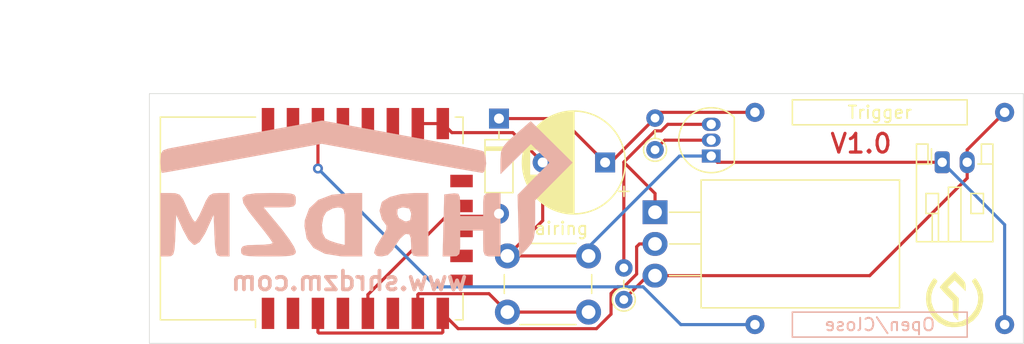
<source format=kicad_pcb>
(kicad_pcb (version 20171130) (host pcbnew "(5.1.9)-1")

  (general
    (thickness 1.6)
    (drawings 8)
    (tracks 67)
    (zones 0)
    (modules 13)
    (nets 25)
  )

  (page A4)
  (layers
    (0 F.Cu signal)
    (31 B.Cu signal)
    (32 B.Adhes user)
    (33 F.Adhes user)
    (34 B.Paste user)
    (35 F.Paste user)
    (36 B.SilkS user)
    (37 F.SilkS user)
    (38 B.Mask user)
    (39 F.Mask user)
    (40 Dwgs.User user)
    (41 Cmts.User user)
    (42 Eco1.User user)
    (43 Eco2.User user)
    (44 Edge.Cuts user)
    (45 Margin user)
    (46 B.CrtYd user)
    (47 F.CrtYd user)
    (48 B.Fab user)
    (49 F.Fab user)
  )

  (setup
    (last_trace_width 0.25)
    (trace_clearance 0.2)
    (zone_clearance 0.508)
    (zone_45_only no)
    (trace_min 0.2)
    (via_size 0.8)
    (via_drill 0.4)
    (via_min_size 0.4)
    (via_min_drill 0.3)
    (uvia_size 0.3)
    (uvia_drill 0.1)
    (uvias_allowed no)
    (uvia_min_size 0.2)
    (uvia_min_drill 0.1)
    (edge_width 0.05)
    (segment_width 0.2)
    (pcb_text_width 0.3)
    (pcb_text_size 1.5 1.5)
    (mod_edge_width 0.12)
    (mod_text_size 1 1)
    (mod_text_width 0.15)
    (pad_size 1.524 1.524)
    (pad_drill 0.762)
    (pad_to_mask_clearance 0)
    (aux_axis_origin 0 0)
    (visible_elements FFFFFF7F)
    (pcbplotparams
      (layerselection 0x010fc_ffffffff)
      (usegerberextensions false)
      (usegerberattributes true)
      (usegerberadvancedattributes true)
      (creategerberjobfile true)
      (excludeedgelayer true)
      (linewidth 0.100000)
      (plotframeref false)
      (viasonmask false)
      (mode 1)
      (useauxorigin false)
      (hpglpennumber 1)
      (hpglpenspeed 20)
      (hpglpendiameter 15.000000)
      (psnegative false)
      (psa4output false)
      (plotreference true)
      (plotvalue true)
      (plotinvisibletext false)
      (padsonsilk false)
      (subtractmaskfromsilk false)
      (outputformat 1)
      (mirror false)
      (drillshape 1)
      (scaleselection 1)
      (outputdirectory ""))
  )

  (net 0 "")
  (net 1 "Net-(C1-Pad1)")
  (net 2 GND)
  (net 3 "Net-(D1-Pad2)")
  (net 4 +3V3)
  (net 5 "Net-(Q2-Pad2)")
  (net 6 "Net-(SW2-Pad1)")
  (net 7 "Net-(SW3-Pad1)")
  (net 8 "Net-(U1-Pad1)")
  (net 9 "Net-(U1-Pad2)")
  (net 10 "Net-(U1-Pad4)")
  (net 11 "Net-(U1-Pad6)")
  (net 12 "Net-(U1-Pad9)")
  (net 13 "Net-(U1-Pad10)")
  (net 14 "Net-(U1-Pad11)")
  (net 15 "Net-(U1-Pad12)")
  (net 16 "Net-(U1-Pad13)")
  (net 17 "Net-(U1-Pad14)")
  (net 18 "Net-(U1-Pad17)")
  (net 19 "Net-(U1-Pad18)")
  (net 20 "Net-(U1-Pad19)")
  (net 21 "Net-(U1-Pad21)")
  (net 22 "Net-(U1-Pad22)")
  (net 23 "Net-(Q1-Pad2)")
  (net 24 "Net-(Q1-Pad3)")

  (net_class Default "This is the default net class."
    (clearance 0.2)
    (trace_width 0.25)
    (via_dia 0.8)
    (via_drill 0.4)
    (uvia_dia 0.3)
    (uvia_drill 0.1)
    (add_net +3V3)
    (add_net GND)
    (add_net "Net-(C1-Pad1)")
    (add_net "Net-(D1-Pad2)")
    (add_net "Net-(Q1-Pad2)")
    (add_net "Net-(Q1-Pad3)")
    (add_net "Net-(Q2-Pad2)")
    (add_net "Net-(SW2-Pad1)")
    (add_net "Net-(SW3-Pad1)")
    (add_net "Net-(U1-Pad1)")
    (add_net "Net-(U1-Pad10)")
    (add_net "Net-(U1-Pad11)")
    (add_net "Net-(U1-Pad12)")
    (add_net "Net-(U1-Pad13)")
    (add_net "Net-(U1-Pad14)")
    (add_net "Net-(U1-Pad17)")
    (add_net "Net-(U1-Pad18)")
    (add_net "Net-(U1-Pad19)")
    (add_net "Net-(U1-Pad2)")
    (add_net "Net-(U1-Pad21)")
    (add_net "Net-(U1-Pad22)")
    (add_net "Net-(U1-Pad4)")
    (add_net "Net-(U1-Pad6)")
    (add_net "Net-(U1-Pad9)")
  )

  (module "SHRDZM:SHRDZM 33x11" (layer B.Cu) (tedit 0) (tstamp 6058FE3F)
    (at 54 50.5 180)
    (fp_text reference G*** (at 0 0) (layer B.SilkS) hide
      (effects (font (size 1.524 1.524) (thickness 0.3)) (justify mirror))
    )
    (fp_text value LOGO (at 0.75 0) (layer B.SilkS) hide
      (effects (font (size 1.524 1.524) (thickness 0.3)) (justify mirror))
    )
    (fp_poly (pts (xy -11.834091 4.24028) (xy -11.189823 3.659697) (xy -10.826172 3.229197) (xy -10.663573 2.809819)
      (xy -10.622463 2.262601) (xy -10.621818 2.123008) (xy -10.621818 1.054867) (xy -11.839933 2.257851)
      (xy -13.058048 3.460834) (xy -13.801539 2.717343) (xy -14.545029 1.973852) (xy -13.267906 0.683262)
      (xy -11.990782 -0.607328) (xy -12.056755 -3.090599) (xy -12.122727 -5.573871) (xy -12.757727 -4.910209)
      (xy -13.100825 -4.500821) (xy -13.292543 -4.07639) (xy -13.37559 -3.484816) (xy -13.392727 -2.648614)
      (xy -13.392727 -1.05068) (xy -14.893628 0.461811) (xy -16.39453 1.974302) (xy -13.046364 5.289412)
      (xy -11.834091 4.24028)) (layer B.SilkS) (width 0.01))
    (fp_poly (pts (xy -9.484909 -0.498292) (xy -9.287451 -0.695944) (xy -9.237457 -1.187122) (xy -9.236364 -1.385454)
      (xy -9.236364 -2.309091) (xy -7.389091 -2.309091) (xy -7.389091 -1.370117) (xy -7.364956 -0.775193)
      (xy -7.233747 -0.521424) (xy -6.907262 -0.488531) (xy -6.754091 -0.504208) (xy -6.119091 -0.577272)
      (xy -6.053552 -3.059545) (xy -5.988012 -5.541818) (xy -6.688552 -5.541818) (xy -7.119278 -5.512352)
      (xy -7.32328 -5.340367) (xy -7.385084 -4.900487) (xy -7.389091 -4.502727) (xy -7.389091 -3.463636)
      (xy -9.236364 -3.463636) (xy -9.236364 -4.502727) (xy -9.256445 -5.14168) (xy -9.37239 -5.444309)
      (xy -9.667753 -5.535944) (xy -9.929091 -5.541818) (xy -10.621818 -5.541818) (xy -10.621818 -0.461818)
      (xy -9.929091 -0.461818) (xy -9.484909 -0.498292)) (layer B.SilkS) (width 0.01))
    (fp_poly (pts (xy -2.642837 -0.546235) (xy -1.764684 -0.776401) (xy -1.193038 -1.117685) (xy -1.105054 -1.226718)
      (xy -0.93439 -1.882505) (xy -1.127254 -2.569532) (xy -1.290102 -2.793121) (xy -1.491165 -3.07761)
      (xy -1.479224 -3.371679) (xy -1.227204 -3.825884) (xy -1.059193 -4.077178) (xy -0.615248 -4.812785)
      (xy -0.49648 -5.268546) (xy -0.704158 -5.493792) (xy -1.096818 -5.541194) (xy -1.58461 -5.436356)
      (xy -1.972164 -5.051108) (xy -2.193636 -4.67801) (xy -2.572771 -4.120334) (xy -2.957725 -3.777117)
      (xy -3.059545 -3.738066) (xy -3.321578 -3.769813) (xy -3.439795 -4.068632) (xy -3.463636 -4.60125)
      (xy -3.489728 -5.200492) (xy -3.632454 -5.469616) (xy -3.988494 -5.539887) (xy -4.156364 -5.541818)
      (xy -4.849091 -5.541818) (xy -4.849091 -2.209696) (xy -3.463636 -2.209696) (xy -3.388255 -2.642177)
      (xy -3.083953 -2.743785) (xy -2.944091 -2.729241) (xy -2.477274 -2.466292) (xy -2.350758 -2.135909)
      (xy -2.38173 -1.747837) (xy -2.711239 -1.621022) (xy -2.870304 -1.616363) (xy -3.316807 -1.70486)
      (xy -3.459257 -2.062941) (xy -3.463636 -2.209696) (xy -4.849091 -2.209696) (xy -4.849091 -0.461818)
      (xy -3.709578 -0.461818) (xy -2.642837 -0.546235)) (layer B.SilkS) (width 0.01))
    (fp_poly (pts (xy 1.443182 -0.463106) (xy 2.892018 -0.603587) (xy 3.980493 -1.017315) (xy 4.701492 -1.699123)
      (xy 5.0479 -2.64384) (xy 5.08 -3.104872) (xy 4.899507 -4.116709) (xy 4.354574 -4.8559)
      (xy 3.440015 -5.326202) (xy 2.150647 -5.53137) (xy 1.716786 -5.541818) (xy 0.461818 -5.541818)
      (xy 0.461818 -3.121672) (xy 1.847273 -3.121672) (xy 1.847273 -4.62698) (xy 2.482273 -4.475287)
      (xy 3.058327 -4.283473) (xy 3.405909 -4.09625) (xy 3.632366 -3.669201) (xy 3.681523 -3.027147)
      (xy 3.560684 -2.378403) (xy 3.331688 -1.97922) (xy 2.816415 -1.68904) (xy 2.408052 -1.616363)
      (xy 2.106819 -1.64469) (xy 1.938836 -1.799044) (xy 1.865337 -2.183485) (xy 1.847557 -2.902073)
      (xy 1.847273 -3.121672) (xy 0.461818 -3.121672) (xy 0.461818 -0.461818) (xy 1.443182 -0.463106)) (layer B.SilkS) (width 0.01))
    (fp_poly (pts (xy 9.012665 -0.486845) (xy 9.733746 -0.59657) (xy 10.04551 -0.842964) (xy 9.972067 -1.277993)
      (xy 9.537529 -1.953626) (xy 8.915182 -2.740129) (xy 8.337411 -3.461922) (xy 7.892447 -4.04747)
      (xy 7.647299 -4.407237) (xy 7.62 -4.470704) (xy 7.828873 -4.551485) (xy 8.367658 -4.605052)
      (xy 8.89 -4.618181) (xy 9.623931 -4.638226) (xy 10.006267 -4.724894) (xy 10.146455 -4.917981)
      (xy 10.16 -5.08) (xy 10.126875 -5.294643) (xy 9.970391 -5.43011) (xy 9.604881 -5.504437)
      (xy 8.944679 -5.535658) (xy 7.966364 -5.541818) (xy 6.940998 -5.533022) (xy 6.293239 -5.49612)
      (xy 5.93904 -5.415343) (xy 5.794356 -5.274919) (xy 5.772727 -5.130205) (xy 5.913733 -4.773596)
      (xy 6.289794 -4.178026) (xy 6.830471 -3.450873) (xy 7.060215 -3.167477) (xy 8.347703 -1.616363)
      (xy 7.060215 -1.616363) (xy 6.326626 -1.60185) (xy 5.942405 -1.524744) (xy 5.795266 -1.334701)
      (xy 5.772727 -1.039091) (xy 5.789188 -0.766199) (xy 5.897714 -0.596586) (xy 6.18702 -0.505696)
      (xy 6.745821 -0.468969) (xy 7.662833 -0.46185) (xy 7.858156 -0.461818) (xy 9.012665 -0.486845)) (layer B.SilkS) (width 0.01))
    (fp_poly (pts (xy 12.395429 -0.496136) (xy 12.712548 -0.670983) (xy 12.97747 -1.094195) (xy 13.205401 -1.616363)
      (xy 13.499891 -2.25622) (xy 13.747657 -2.675473) (xy 13.854545 -2.770909) (xy 14.029365 -2.576068)
      (xy 14.299208 -2.074721) (xy 14.50369 -1.616363) (xy 14.806606 -0.946186) (xy 15.073805 -0.602406)
      (xy 15.426784 -0.477186) (xy 15.804476 -0.461818) (xy 16.625455 -0.461818) (xy 16.625455 -5.541818)
      (xy 16.058298 -5.541818) (xy 15.764735 -5.515048) (xy 15.589308 -5.368948) (xy 15.494585 -5.004829)
      (xy 15.443132 -4.324002) (xy 15.423298 -3.867727) (xy 15.355455 -2.193636) (xy 14.807474 -3.405909)
      (xy 14.367728 -4.212638) (xy 13.976133 -4.590872) (xy 13.854545 -4.618181) (xy 13.483463 -4.393411)
      (xy 13.058569 -3.732945) (xy 12.901617 -3.405909) (xy 12.353636 -2.193636) (xy 12.285793 -3.867727)
      (xy 12.241738 -4.731043) (xy 12.171965 -5.231377) (xy 12.039041 -5.467418) (xy 11.805533 -5.537853)
      (xy 11.650793 -5.541818) (xy 11.083636 -5.541818) (xy 11.083636 -0.461818) (xy 11.904615 -0.461818)
      (xy 12.395429 -0.496136)) (layer B.SilkS) (width 0.01))
    (fp_poly (pts (xy 9.507674 4.282939) (xy 11.126873 3.989434) (xy 12.624181 3.716941) (xy 13.930633 3.478097)
      (xy 14.977259 3.28554) (xy 15.695094 3.151906) (xy 15.990455 3.095066) (xy 16.406115 2.953097)
      (xy 16.586503 2.656263) (xy 16.625455 2.059835) (xy 16.592207 1.488044) (xy 16.509347 1.174789)
      (xy 16.47846 1.154546) (xy 16.221645 1.194824) (xy 15.57016 1.308525) (xy 14.583428 1.484945)
      (xy 13.320871 1.713382) (xy 11.84191 1.983134) (xy 10.205968 2.283497) (xy 10.013005 2.319048)
      (xy 3.694545 3.483549) (xy -2.623915 2.319048) (xy -4.281064 2.015312) (xy -5.79457 1.741111)
      (xy -7.10359 1.507211) (xy -8.14728 1.324378) (xy -8.864797 1.203378) (xy -9.1953 1.154978)
      (xy -9.204824 1.154546) (xy -9.380197 1.357546) (xy -9.465563 1.857732) (xy -9.467273 1.9491)
      (xy -9.410457 2.521007) (xy -9.271728 2.861281) (xy -9.252347 2.876486) (xy -8.977171 2.951304)
      (xy -8.307694 3.096173) (xy -7.304101 3.299185) (xy -6.026578 3.548434) (xy -4.535311 3.83201)
      (xy -2.890485 4.138006) (xy -2.688764 4.175094) (xy 3.659894 5.34087) (xy 9.507674 4.282939)) (layer B.SilkS) (width 0.01))
  )

  (module "SHRDZM:SHRDZM Symbol 5x5" (layer F.Cu) (tedit 0) (tstamp 6058FD46)
    (at 101 59.5)
    (fp_text reference G*** (at 0 0) (layer F.SilkS) hide
      (effects (font (size 1.524 1.524) (thickness 0.3)))
    )
    (fp_text value LOGO (at 0.75 0) (layer F.SilkS) hide
      (effects (font (size 1.524 1.524) (thickness 0.3)))
    )
    (fp_poly (pts (xy -1.506686 -1.625883) (xy -1.503334 -1.622852) (xy -1.398724 -1.505223) (xy -1.412956 -1.400282)
      (xy -1.469728 -1.316374) (xy -1.75387 -0.815712) (xy -1.886962 -0.30033) (xy -1.870112 0.211618)
      (xy -1.704429 0.701978) (xy -1.391021 1.152595) (xy -1.314082 1.233002) (xy -0.864498 1.5863)
      (xy -0.389162 1.785985) (xy 0.097619 1.832058) (xy 0.581538 1.724518) (xy 1.048286 1.463366)
      (xy 1.314081 1.233002) (xy 1.655709 0.792086) (xy 1.849824 0.307945) (xy 1.895319 -0.201268)
      (xy 1.791085 -0.717399) (xy 1.536013 -1.222293) (xy 1.469727 -1.316374) (xy 1.392661 -1.44994)
      (xy 1.429417 -1.550408) (xy 1.503333 -1.622852) (xy 1.595643 -1.694892) (xy 1.669653 -1.693628)
      (xy 1.758787 -1.598696) (xy 1.896469 -1.389728) (xy 1.903109 -1.379261) (xy 2.154504 -0.894106)
      (xy 2.275576 -0.412973) (xy 2.281585 0.121397) (xy 2.159228 0.698) (xy 1.896881 1.216996)
      (xy 1.509151 1.656847) (xy 1.010647 1.996013) (xy 1.009923 1.996385) (xy 0.657971 2.119791)
      (xy 0.226438 2.189529) (xy -0.218985 2.201228) (xy -0.612607 2.150515) (xy -0.738348 2.112708)
      (xy -1.277564 1.834626) (xy -1.717995 1.449179) (xy -2.044617 0.977102) (xy -2.242407 0.439127)
      (xy -2.297949 -0.039688) (xy -2.260217 -0.53047) (xy -2.125067 -0.969971) (xy -1.902146 -1.380781)
      (xy -1.762284 -1.59393) (xy -1.672115 -1.692258) (xy -1.598096 -1.696122) (xy -1.506686 -1.625883)) (layer F.SilkS) (width 0.01))
    (fp_poly (pts (xy 0.436196 -1.825987) (xy 0.66022 -1.596669) (xy 0.791224 -1.429677) (xy 0.853769 -1.280676)
      (xy 0.872417 -1.105331) (xy 0.873125 -1.037298) (xy 0.873125 -0.680111) (xy 0.43736 -1.110462)
      (xy 0.001596 -1.540814) (xy -0.278011 -1.269809) (xy -0.557617 -0.998804) (xy 0.322975 -0.108926)
      (xy 0.300394 0.784464) (xy 0.277812 1.677854) (xy 0.059531 1.44974) (xy -0.057965 1.309741)
      (xy -0.123848 1.16476) (xy -0.15261 0.9629) (xy -0.15875 0.668051) (xy -0.15875 0.114476)
      (xy -0.674688 -0.396875) (xy -0.902046 -0.630826) (xy -1.078259 -0.828545) (xy -1.177694 -0.960471)
      (xy -1.190625 -0.991882) (xy -1.137382 -1.079261) (xy -0.993484 -1.249778) (xy -0.782674 -1.476507)
      (xy -0.595679 -1.666512) (xy -0.000732 -2.257487) (xy 0.436196 -1.825987)) (layer F.SilkS) (width 0.01))
  )

  (module Package_TO_SOT_THT:TO-92_Inline (layer F.Cu) (tedit 5A1DD157) (tstamp 6058CE04)
    (at 81.5 48 90)
    (descr "TO-92 leads in-line, narrow, oval pads, drill 0.75mm (see NXP sot054_po.pdf)")
    (tags "to-92 sc-43 sc-43a sot54 PA33 transistor")
    (path /6057A176)
    (fp_text reference Q1 (at 1.27 -3.56 90) (layer F.SilkS) hide
      (effects (font (size 1 1) (thickness 0.15)))
    )
    (fp_text value 2N2222 (at 1.27 2.79 90) (layer F.Fab)
      (effects (font (size 1 1) (thickness 0.15)))
    )
    (fp_arc (start 1.27 0) (end 1.27 -2.6) (angle 135) (layer F.SilkS) (width 0.12))
    (fp_arc (start 1.27 0) (end 1.27 -2.48) (angle -135) (layer F.Fab) (width 0.1))
    (fp_arc (start 1.27 0) (end 1.27 -2.6) (angle -135) (layer F.SilkS) (width 0.12))
    (fp_arc (start 1.27 0) (end 1.27 -2.48) (angle 135) (layer F.Fab) (width 0.1))
    (fp_text user %R (at 1.27 0 90) (layer F.Fab)
      (effects (font (size 1 1) (thickness 0.15)))
    )
    (fp_line (start -0.53 1.85) (end 3.07 1.85) (layer F.SilkS) (width 0.12))
    (fp_line (start -0.5 1.75) (end 3 1.75) (layer F.Fab) (width 0.1))
    (fp_line (start -1.46 -2.73) (end 4 -2.73) (layer F.CrtYd) (width 0.05))
    (fp_line (start -1.46 -2.73) (end -1.46 2.01) (layer F.CrtYd) (width 0.05))
    (fp_line (start 4 2.01) (end 4 -2.73) (layer F.CrtYd) (width 0.05))
    (fp_line (start 4 2.01) (end -1.46 2.01) (layer F.CrtYd) (width 0.05))
    (pad 1 thru_hole rect (at 0 0 90) (size 1.05 1.5) (drill 0.75) (layers *.Cu *.Mask)
      (net 2 GND))
    (pad 3 thru_hole oval (at 2.54 0 90) (size 1.05 1.5) (drill 0.75) (layers *.Cu *.Mask)
      (net 24 "Net-(Q1-Pad3)"))
    (pad 2 thru_hole oval (at 1.27 0 90) (size 1.05 1.5) (drill 0.75) (layers *.Cu *.Mask)
      (net 23 "Net-(Q1-Pad2)"))
    (model ${KISYS3DMOD}/Package_TO_SOT_THT.3dshapes/TO-92_Inline.wrl
      (at (xyz 0 0 0))
      (scale (xyz 1 1 1))
      (rotate (xyz 0 0 0))
    )
  )

  (module Package_TO_SOT_THT:TO-220-3_Horizontal_TabDown (layer F.Cu) (tedit 5AC8BA0D) (tstamp 6058CE18)
    (at 77 52.5 270)
    (descr "TO-220-3, Horizontal, RM 2.54mm, see https://www.vishay.com/docs/66542/to-220-1.pdf")
    (tags "TO-220-3 Horizontal RM 2.54mm")
    (path /60578BDB)
    (fp_text reference Q2 (at 2.54 -20.58 90) (layer F.SilkS) hide
      (effects (font (size 1 1) (thickness 0.15)))
    )
    (fp_text value NDP6020P (at 2.54 2 90) (layer F.Fab)
      (effects (font (size 1 1) (thickness 0.15)))
    )
    (fp_text user %R (at 2.54 -20.58 90) (layer F.Fab) hide
      (effects (font (size 1 1) (thickness 0.15)))
    )
    (fp_circle (center 2.54 -16.66) (end 4.39 -16.66) (layer F.Fab) (width 0.1))
    (fp_line (start -2.46 -13.06) (end -2.46 -19.46) (layer F.Fab) (width 0.1))
    (fp_line (start -2.46 -19.46) (end 7.54 -19.46) (layer F.Fab) (width 0.1))
    (fp_line (start 7.54 -19.46) (end 7.54 -13.06) (layer F.Fab) (width 0.1))
    (fp_line (start 7.54 -13.06) (end -2.46 -13.06) (layer F.Fab) (width 0.1))
    (fp_line (start -2.46 -3.81) (end -2.46 -13.06) (layer F.Fab) (width 0.1))
    (fp_line (start -2.46 -13.06) (end 7.54 -13.06) (layer F.Fab) (width 0.1))
    (fp_line (start 7.54 -13.06) (end 7.54 -3.81) (layer F.Fab) (width 0.1))
    (fp_line (start 7.54 -3.81) (end -2.46 -3.81) (layer F.Fab) (width 0.1))
    (fp_line (start 0 -3.81) (end 0 0) (layer F.Fab) (width 0.1))
    (fp_line (start 2.54 -3.81) (end 2.54 0) (layer F.Fab) (width 0.1))
    (fp_line (start 5.08 -3.81) (end 5.08 0) (layer F.Fab) (width 0.1))
    (fp_line (start -2.58 -3.69) (end 7.66 -3.69) (layer F.SilkS) (width 0.12))
    (fp_line (start -2.58 -19.58) (end 7.66 -19.58) (layer F.SilkS) (width 0.12))
    (fp_line (start -2.58 -19.58) (end -2.58 -3.69) (layer F.SilkS) (width 0.12))
    (fp_line (start 7.66 -19.58) (end 7.66 -3.69) (layer F.SilkS) (width 0.12))
    (fp_line (start 0 -3.69) (end 0 -1.15) (layer F.SilkS) (width 0.12))
    (fp_line (start 2.54 -3.69) (end 2.54 -1.15) (layer F.SilkS) (width 0.12))
    (fp_line (start 5.08 -3.69) (end 5.08 -1.15) (layer F.SilkS) (width 0.12))
    (fp_line (start -2.71 -19.71) (end -2.71 1.25) (layer F.CrtYd) (width 0.05))
    (fp_line (start -2.71 1.25) (end 7.79 1.25) (layer F.CrtYd) (width 0.05))
    (fp_line (start 7.79 1.25) (end 7.79 -19.71) (layer F.CrtYd) (width 0.05))
    (fp_line (start 7.79 -19.71) (end -2.71 -19.71) (layer F.CrtYd) (width 0.05))
    (pad 3 thru_hole oval (at 5.08 0 270) (size 1.905 2) (drill 1.1) (layers *.Cu *.Mask)
      (net 4 +3V3))
    (pad 2 thru_hole oval (at 2.54 0 270) (size 1.905 2) (drill 1.1) (layers *.Cu *.Mask)
      (net 5 "Net-(Q2-Pad2)"))
    (pad 1 thru_hole rect (at 0 0 270) (size 1.905 2) (drill 1.1) (layers *.Cu *.Mask)
      (net 24 "Net-(Q1-Pad3)"))
    (pad "" np_thru_hole oval (at 2.54 -16.66 270) (size 3.5 3.5) (drill 3.5) (layers *.Cu *.Mask))
    (model ${KISYS3DMOD}/Package_TO_SOT_THT.3dshapes/TO-220-3_Horizontal_TabDown.wrl
      (at (xyz 0 0 0))
      (scale (xyz 1 1 1))
      (rotate (xyz 0 0 0))
    )
  )

  (module Capacitor_THT:CP_Radial_D8.0mm_P5.00mm (layer F.Cu) (tedit 5AE50EF0) (tstamp 6058CD9C)
    (at 73 48.515001 180)
    (descr "CP, Radial series, Radial, pin pitch=5.00mm, , diameter=8mm, Electrolytic Capacitor")
    (tags "CP Radial series Radial pin pitch 5.00mm  diameter 8mm Electrolytic Capacitor")
    (path /6057B838)
    (fp_text reference C1 (at 2.5 -5.25) (layer F.SilkS) hide
      (effects (font (size 1 1) (thickness 0.15)))
    )
    (fp_text value 33uF (at 2.5 5.25) (layer F.Fab)
      (effects (font (size 1 1) (thickness 0.15)))
    )
    (fp_line (start -1.509698 -2.715) (end -1.509698 -1.915) (layer F.SilkS) (width 0.12))
    (fp_line (start -1.909698 -2.315) (end -1.109698 -2.315) (layer F.SilkS) (width 0.12))
    (fp_line (start 6.581 -0.533) (end 6.581 0.533) (layer F.SilkS) (width 0.12))
    (fp_line (start 6.541 -0.768) (end 6.541 0.768) (layer F.SilkS) (width 0.12))
    (fp_line (start 6.501 -0.948) (end 6.501 0.948) (layer F.SilkS) (width 0.12))
    (fp_line (start 6.461 -1.098) (end 6.461 1.098) (layer F.SilkS) (width 0.12))
    (fp_line (start 6.421 -1.229) (end 6.421 1.229) (layer F.SilkS) (width 0.12))
    (fp_line (start 6.381 -1.346) (end 6.381 1.346) (layer F.SilkS) (width 0.12))
    (fp_line (start 6.341 -1.453) (end 6.341 1.453) (layer F.SilkS) (width 0.12))
    (fp_line (start 6.301 -1.552) (end 6.301 1.552) (layer F.SilkS) (width 0.12))
    (fp_line (start 6.261 -1.645) (end 6.261 1.645) (layer F.SilkS) (width 0.12))
    (fp_line (start 6.221 -1.731) (end 6.221 1.731) (layer F.SilkS) (width 0.12))
    (fp_line (start 6.181 -1.813) (end 6.181 1.813) (layer F.SilkS) (width 0.12))
    (fp_line (start 6.141 -1.89) (end 6.141 1.89) (layer F.SilkS) (width 0.12))
    (fp_line (start 6.101 -1.964) (end 6.101 1.964) (layer F.SilkS) (width 0.12))
    (fp_line (start 6.061 -2.034) (end 6.061 2.034) (layer F.SilkS) (width 0.12))
    (fp_line (start 6.021 1.04) (end 6.021 2.102) (layer F.SilkS) (width 0.12))
    (fp_line (start 6.021 -2.102) (end 6.021 -1.04) (layer F.SilkS) (width 0.12))
    (fp_line (start 5.981 1.04) (end 5.981 2.166) (layer F.SilkS) (width 0.12))
    (fp_line (start 5.981 -2.166) (end 5.981 -1.04) (layer F.SilkS) (width 0.12))
    (fp_line (start 5.941 1.04) (end 5.941 2.228) (layer F.SilkS) (width 0.12))
    (fp_line (start 5.941 -2.228) (end 5.941 -1.04) (layer F.SilkS) (width 0.12))
    (fp_line (start 5.901 1.04) (end 5.901 2.287) (layer F.SilkS) (width 0.12))
    (fp_line (start 5.901 -2.287) (end 5.901 -1.04) (layer F.SilkS) (width 0.12))
    (fp_line (start 5.861 1.04) (end 5.861 2.345) (layer F.SilkS) (width 0.12))
    (fp_line (start 5.861 -2.345) (end 5.861 -1.04) (layer F.SilkS) (width 0.12))
    (fp_line (start 5.821 1.04) (end 5.821 2.4) (layer F.SilkS) (width 0.12))
    (fp_line (start 5.821 -2.4) (end 5.821 -1.04) (layer F.SilkS) (width 0.12))
    (fp_line (start 5.781 1.04) (end 5.781 2.454) (layer F.SilkS) (width 0.12))
    (fp_line (start 5.781 -2.454) (end 5.781 -1.04) (layer F.SilkS) (width 0.12))
    (fp_line (start 5.741 1.04) (end 5.741 2.505) (layer F.SilkS) (width 0.12))
    (fp_line (start 5.741 -2.505) (end 5.741 -1.04) (layer F.SilkS) (width 0.12))
    (fp_line (start 5.701 1.04) (end 5.701 2.556) (layer F.SilkS) (width 0.12))
    (fp_line (start 5.701 -2.556) (end 5.701 -1.04) (layer F.SilkS) (width 0.12))
    (fp_line (start 5.661 1.04) (end 5.661 2.604) (layer F.SilkS) (width 0.12))
    (fp_line (start 5.661 -2.604) (end 5.661 -1.04) (layer F.SilkS) (width 0.12))
    (fp_line (start 5.621 1.04) (end 5.621 2.651) (layer F.SilkS) (width 0.12))
    (fp_line (start 5.621 -2.651) (end 5.621 -1.04) (layer F.SilkS) (width 0.12))
    (fp_line (start 5.581 1.04) (end 5.581 2.697) (layer F.SilkS) (width 0.12))
    (fp_line (start 5.581 -2.697) (end 5.581 -1.04) (layer F.SilkS) (width 0.12))
    (fp_line (start 5.541 1.04) (end 5.541 2.741) (layer F.SilkS) (width 0.12))
    (fp_line (start 5.541 -2.741) (end 5.541 -1.04) (layer F.SilkS) (width 0.12))
    (fp_line (start 5.501 1.04) (end 5.501 2.784) (layer F.SilkS) (width 0.12))
    (fp_line (start 5.501 -2.784) (end 5.501 -1.04) (layer F.SilkS) (width 0.12))
    (fp_line (start 5.461 1.04) (end 5.461 2.826) (layer F.SilkS) (width 0.12))
    (fp_line (start 5.461 -2.826) (end 5.461 -1.04) (layer F.SilkS) (width 0.12))
    (fp_line (start 5.421 1.04) (end 5.421 2.867) (layer F.SilkS) (width 0.12))
    (fp_line (start 5.421 -2.867) (end 5.421 -1.04) (layer F.SilkS) (width 0.12))
    (fp_line (start 5.381 1.04) (end 5.381 2.907) (layer F.SilkS) (width 0.12))
    (fp_line (start 5.381 -2.907) (end 5.381 -1.04) (layer F.SilkS) (width 0.12))
    (fp_line (start 5.341 1.04) (end 5.341 2.945) (layer F.SilkS) (width 0.12))
    (fp_line (start 5.341 -2.945) (end 5.341 -1.04) (layer F.SilkS) (width 0.12))
    (fp_line (start 5.301 1.04) (end 5.301 2.983) (layer F.SilkS) (width 0.12))
    (fp_line (start 5.301 -2.983) (end 5.301 -1.04) (layer F.SilkS) (width 0.12))
    (fp_line (start 5.261 1.04) (end 5.261 3.019) (layer F.SilkS) (width 0.12))
    (fp_line (start 5.261 -3.019) (end 5.261 -1.04) (layer F.SilkS) (width 0.12))
    (fp_line (start 5.221 1.04) (end 5.221 3.055) (layer F.SilkS) (width 0.12))
    (fp_line (start 5.221 -3.055) (end 5.221 -1.04) (layer F.SilkS) (width 0.12))
    (fp_line (start 5.181 1.04) (end 5.181 3.09) (layer F.SilkS) (width 0.12))
    (fp_line (start 5.181 -3.09) (end 5.181 -1.04) (layer F.SilkS) (width 0.12))
    (fp_line (start 5.141 1.04) (end 5.141 3.124) (layer F.SilkS) (width 0.12))
    (fp_line (start 5.141 -3.124) (end 5.141 -1.04) (layer F.SilkS) (width 0.12))
    (fp_line (start 5.101 1.04) (end 5.101 3.156) (layer F.SilkS) (width 0.12))
    (fp_line (start 5.101 -3.156) (end 5.101 -1.04) (layer F.SilkS) (width 0.12))
    (fp_line (start 5.061 1.04) (end 5.061 3.189) (layer F.SilkS) (width 0.12))
    (fp_line (start 5.061 -3.189) (end 5.061 -1.04) (layer F.SilkS) (width 0.12))
    (fp_line (start 5.021 1.04) (end 5.021 3.22) (layer F.SilkS) (width 0.12))
    (fp_line (start 5.021 -3.22) (end 5.021 -1.04) (layer F.SilkS) (width 0.12))
    (fp_line (start 4.981 1.04) (end 4.981 3.25) (layer F.SilkS) (width 0.12))
    (fp_line (start 4.981 -3.25) (end 4.981 -1.04) (layer F.SilkS) (width 0.12))
    (fp_line (start 4.941 1.04) (end 4.941 3.28) (layer F.SilkS) (width 0.12))
    (fp_line (start 4.941 -3.28) (end 4.941 -1.04) (layer F.SilkS) (width 0.12))
    (fp_line (start 4.901 1.04) (end 4.901 3.309) (layer F.SilkS) (width 0.12))
    (fp_line (start 4.901 -3.309) (end 4.901 -1.04) (layer F.SilkS) (width 0.12))
    (fp_line (start 4.861 1.04) (end 4.861 3.338) (layer F.SilkS) (width 0.12))
    (fp_line (start 4.861 -3.338) (end 4.861 -1.04) (layer F.SilkS) (width 0.12))
    (fp_line (start 4.821 1.04) (end 4.821 3.365) (layer F.SilkS) (width 0.12))
    (fp_line (start 4.821 -3.365) (end 4.821 -1.04) (layer F.SilkS) (width 0.12))
    (fp_line (start 4.781 1.04) (end 4.781 3.392) (layer F.SilkS) (width 0.12))
    (fp_line (start 4.781 -3.392) (end 4.781 -1.04) (layer F.SilkS) (width 0.12))
    (fp_line (start 4.741 1.04) (end 4.741 3.418) (layer F.SilkS) (width 0.12))
    (fp_line (start 4.741 -3.418) (end 4.741 -1.04) (layer F.SilkS) (width 0.12))
    (fp_line (start 4.701 1.04) (end 4.701 3.444) (layer F.SilkS) (width 0.12))
    (fp_line (start 4.701 -3.444) (end 4.701 -1.04) (layer F.SilkS) (width 0.12))
    (fp_line (start 4.661 1.04) (end 4.661 3.469) (layer F.SilkS) (width 0.12))
    (fp_line (start 4.661 -3.469) (end 4.661 -1.04) (layer F.SilkS) (width 0.12))
    (fp_line (start 4.621 1.04) (end 4.621 3.493) (layer F.SilkS) (width 0.12))
    (fp_line (start 4.621 -3.493) (end 4.621 -1.04) (layer F.SilkS) (width 0.12))
    (fp_line (start 4.581 1.04) (end 4.581 3.517) (layer F.SilkS) (width 0.12))
    (fp_line (start 4.581 -3.517) (end 4.581 -1.04) (layer F.SilkS) (width 0.12))
    (fp_line (start 4.541 1.04) (end 4.541 3.54) (layer F.SilkS) (width 0.12))
    (fp_line (start 4.541 -3.54) (end 4.541 -1.04) (layer F.SilkS) (width 0.12))
    (fp_line (start 4.501 1.04) (end 4.501 3.562) (layer F.SilkS) (width 0.12))
    (fp_line (start 4.501 -3.562) (end 4.501 -1.04) (layer F.SilkS) (width 0.12))
    (fp_line (start 4.461 1.04) (end 4.461 3.584) (layer F.SilkS) (width 0.12))
    (fp_line (start 4.461 -3.584) (end 4.461 -1.04) (layer F.SilkS) (width 0.12))
    (fp_line (start 4.421 1.04) (end 4.421 3.606) (layer F.SilkS) (width 0.12))
    (fp_line (start 4.421 -3.606) (end 4.421 -1.04) (layer F.SilkS) (width 0.12))
    (fp_line (start 4.381 1.04) (end 4.381 3.627) (layer F.SilkS) (width 0.12))
    (fp_line (start 4.381 -3.627) (end 4.381 -1.04) (layer F.SilkS) (width 0.12))
    (fp_line (start 4.341 1.04) (end 4.341 3.647) (layer F.SilkS) (width 0.12))
    (fp_line (start 4.341 -3.647) (end 4.341 -1.04) (layer F.SilkS) (width 0.12))
    (fp_line (start 4.301 1.04) (end 4.301 3.666) (layer F.SilkS) (width 0.12))
    (fp_line (start 4.301 -3.666) (end 4.301 -1.04) (layer F.SilkS) (width 0.12))
    (fp_line (start 4.261 1.04) (end 4.261 3.686) (layer F.SilkS) (width 0.12))
    (fp_line (start 4.261 -3.686) (end 4.261 -1.04) (layer F.SilkS) (width 0.12))
    (fp_line (start 4.221 1.04) (end 4.221 3.704) (layer F.SilkS) (width 0.12))
    (fp_line (start 4.221 -3.704) (end 4.221 -1.04) (layer F.SilkS) (width 0.12))
    (fp_line (start 4.181 1.04) (end 4.181 3.722) (layer F.SilkS) (width 0.12))
    (fp_line (start 4.181 -3.722) (end 4.181 -1.04) (layer F.SilkS) (width 0.12))
    (fp_line (start 4.141 1.04) (end 4.141 3.74) (layer F.SilkS) (width 0.12))
    (fp_line (start 4.141 -3.74) (end 4.141 -1.04) (layer F.SilkS) (width 0.12))
    (fp_line (start 4.101 1.04) (end 4.101 3.757) (layer F.SilkS) (width 0.12))
    (fp_line (start 4.101 -3.757) (end 4.101 -1.04) (layer F.SilkS) (width 0.12))
    (fp_line (start 4.061 1.04) (end 4.061 3.774) (layer F.SilkS) (width 0.12))
    (fp_line (start 4.061 -3.774) (end 4.061 -1.04) (layer F.SilkS) (width 0.12))
    (fp_line (start 4.021 1.04) (end 4.021 3.79) (layer F.SilkS) (width 0.12))
    (fp_line (start 4.021 -3.79) (end 4.021 -1.04) (layer F.SilkS) (width 0.12))
    (fp_line (start 3.981 1.04) (end 3.981 3.805) (layer F.SilkS) (width 0.12))
    (fp_line (start 3.981 -3.805) (end 3.981 -1.04) (layer F.SilkS) (width 0.12))
    (fp_line (start 3.941 -3.821) (end 3.941 3.821) (layer F.SilkS) (width 0.12))
    (fp_line (start 3.901 -3.835) (end 3.901 3.835) (layer F.SilkS) (width 0.12))
    (fp_line (start 3.861 -3.85) (end 3.861 3.85) (layer F.SilkS) (width 0.12))
    (fp_line (start 3.821 -3.863) (end 3.821 3.863) (layer F.SilkS) (width 0.12))
    (fp_line (start 3.781 -3.877) (end 3.781 3.877) (layer F.SilkS) (width 0.12))
    (fp_line (start 3.741 -3.889) (end 3.741 3.889) (layer F.SilkS) (width 0.12))
    (fp_line (start 3.701 -3.902) (end 3.701 3.902) (layer F.SilkS) (width 0.12))
    (fp_line (start 3.661 -3.914) (end 3.661 3.914) (layer F.SilkS) (width 0.12))
    (fp_line (start 3.621 -3.925) (end 3.621 3.925) (layer F.SilkS) (width 0.12))
    (fp_line (start 3.581 -3.936) (end 3.581 3.936) (layer F.SilkS) (width 0.12))
    (fp_line (start 3.541 -3.947) (end 3.541 3.947) (layer F.SilkS) (width 0.12))
    (fp_line (start 3.501 -3.957) (end 3.501 3.957) (layer F.SilkS) (width 0.12))
    (fp_line (start 3.461 -3.967) (end 3.461 3.967) (layer F.SilkS) (width 0.12))
    (fp_line (start 3.421 -3.976) (end 3.421 3.976) (layer F.SilkS) (width 0.12))
    (fp_line (start 3.381 -3.985) (end 3.381 3.985) (layer F.SilkS) (width 0.12))
    (fp_line (start 3.341 -3.994) (end 3.341 3.994) (layer F.SilkS) (width 0.12))
    (fp_line (start 3.301 -4.002) (end 3.301 4.002) (layer F.SilkS) (width 0.12))
    (fp_line (start 3.261 -4.01) (end 3.261 4.01) (layer F.SilkS) (width 0.12))
    (fp_line (start 3.221 -4.017) (end 3.221 4.017) (layer F.SilkS) (width 0.12))
    (fp_line (start 3.18 -4.024) (end 3.18 4.024) (layer F.SilkS) (width 0.12))
    (fp_line (start 3.14 -4.03) (end 3.14 4.03) (layer F.SilkS) (width 0.12))
    (fp_line (start 3.1 -4.037) (end 3.1 4.037) (layer F.SilkS) (width 0.12))
    (fp_line (start 3.06 -4.042) (end 3.06 4.042) (layer F.SilkS) (width 0.12))
    (fp_line (start 3.02 -4.048) (end 3.02 4.048) (layer F.SilkS) (width 0.12))
    (fp_line (start 2.98 -4.052) (end 2.98 4.052) (layer F.SilkS) (width 0.12))
    (fp_line (start 2.94 -4.057) (end 2.94 4.057) (layer F.SilkS) (width 0.12))
    (fp_line (start 2.9 -4.061) (end 2.9 4.061) (layer F.SilkS) (width 0.12))
    (fp_line (start 2.86 -4.065) (end 2.86 4.065) (layer F.SilkS) (width 0.12))
    (fp_line (start 2.82 -4.068) (end 2.82 4.068) (layer F.SilkS) (width 0.12))
    (fp_line (start 2.78 -4.071) (end 2.78 4.071) (layer F.SilkS) (width 0.12))
    (fp_line (start 2.74 -4.074) (end 2.74 4.074) (layer F.SilkS) (width 0.12))
    (fp_line (start 2.7 -4.076) (end 2.7 4.076) (layer F.SilkS) (width 0.12))
    (fp_line (start 2.66 -4.077) (end 2.66 4.077) (layer F.SilkS) (width 0.12))
    (fp_line (start 2.62 -4.079) (end 2.62 4.079) (layer F.SilkS) (width 0.12))
    (fp_line (start 2.58 -4.08) (end 2.58 4.08) (layer F.SilkS) (width 0.12))
    (fp_line (start 2.54 -4.08) (end 2.54 4.08) (layer F.SilkS) (width 0.12))
    (fp_line (start 2.5 -4.08) (end 2.5 4.08) (layer F.SilkS) (width 0.12))
    (fp_line (start -0.526759 -2.1475) (end -0.526759 -1.3475) (layer F.Fab) (width 0.1))
    (fp_line (start -0.926759 -1.7475) (end -0.126759 -1.7475) (layer F.Fab) (width 0.1))
    (fp_circle (center 2.5 0) (end 6.75 0) (layer F.CrtYd) (width 0.05))
    (fp_circle (center 2.5 0) (end 6.62 0) (layer F.SilkS) (width 0.12))
    (fp_circle (center 2.5 0) (end 6.5 0) (layer F.Fab) (width 0.1))
    (fp_text user %R (at 2.5 0) (layer F.Fab)
      (effects (font (size 1 1) (thickness 0.15)))
    )
    (pad 1 thru_hole rect (at 0 0 180) (size 1.6 1.6) (drill 0.8) (layers *.Cu *.Mask)
      (net 1 "Net-(C1-Pad1)"))
    (pad 2 thru_hole circle (at 5 0 180) (size 1.6 1.6) (drill 0.8) (layers *.Cu *.Mask)
      (net 2 GND))
    (model ${KISYS3DMOD}/Capacitor_THT.3dshapes/CP_Radial_D8.0mm_P5.00mm.wrl
      (at (xyz 0 0 0))
      (scale (xyz 1 1 1))
      (rotate (xyz 0 0 0))
    )
  )

  (module Diode_THT:D_DO-35_SOD27_P7.62mm_Horizontal (layer F.Cu) (tedit 5AE50CD5) (tstamp 6058CDBB)
    (at 64.5 45 270)
    (descr "Diode, DO-35_SOD27 series, Axial, Horizontal, pin pitch=7.62mm, , length*diameter=4*2mm^2, , http://www.diodes.com/_files/packages/DO-35.pdf")
    (tags "Diode DO-35_SOD27 series Axial Horizontal pin pitch 7.62mm  length 4mm diameter 2mm")
    (path /6057A855)
    (fp_text reference D1 (at 3.81 -2.12 90) (layer F.SilkS) hide
      (effects (font (size 1 1) (thickness 0.15)))
    )
    (fp_text value 1N4148 (at 3.81 2.12 90) (layer F.Fab)
      (effects (font (size 1 1) (thickness 0.15)))
    )
    (fp_line (start 8.67 -1.25) (end -1.05 -1.25) (layer F.CrtYd) (width 0.05))
    (fp_line (start 8.67 1.25) (end 8.67 -1.25) (layer F.CrtYd) (width 0.05))
    (fp_line (start -1.05 1.25) (end 8.67 1.25) (layer F.CrtYd) (width 0.05))
    (fp_line (start -1.05 -1.25) (end -1.05 1.25) (layer F.CrtYd) (width 0.05))
    (fp_line (start 2.29 -1.12) (end 2.29 1.12) (layer F.SilkS) (width 0.12))
    (fp_line (start 2.53 -1.12) (end 2.53 1.12) (layer F.SilkS) (width 0.12))
    (fp_line (start 2.41 -1.12) (end 2.41 1.12) (layer F.SilkS) (width 0.12))
    (fp_line (start 6.58 0) (end 5.93 0) (layer F.SilkS) (width 0.12))
    (fp_line (start 1.04 0) (end 1.69 0) (layer F.SilkS) (width 0.12))
    (fp_line (start 5.93 -1.12) (end 1.69 -1.12) (layer F.SilkS) (width 0.12))
    (fp_line (start 5.93 1.12) (end 5.93 -1.12) (layer F.SilkS) (width 0.12))
    (fp_line (start 1.69 1.12) (end 5.93 1.12) (layer F.SilkS) (width 0.12))
    (fp_line (start 1.69 -1.12) (end 1.69 1.12) (layer F.SilkS) (width 0.12))
    (fp_line (start 2.31 -1) (end 2.31 1) (layer F.Fab) (width 0.1))
    (fp_line (start 2.51 -1) (end 2.51 1) (layer F.Fab) (width 0.1))
    (fp_line (start 2.41 -1) (end 2.41 1) (layer F.Fab) (width 0.1))
    (fp_line (start 7.62 0) (end 5.81 0) (layer F.Fab) (width 0.1))
    (fp_line (start 0 0) (end 1.81 0) (layer F.Fab) (width 0.1))
    (fp_line (start 5.81 -1) (end 1.81 -1) (layer F.Fab) (width 0.1))
    (fp_line (start 5.81 1) (end 5.81 -1) (layer F.Fab) (width 0.1))
    (fp_line (start 1.81 1) (end 5.81 1) (layer F.Fab) (width 0.1))
    (fp_line (start 1.81 -1) (end 1.81 1) (layer F.Fab) (width 0.1))
    (fp_text user %R (at 4.11 0 90) (layer F.Fab)
      (effects (font (size 0.8 0.8) (thickness 0.12)))
    )
    (fp_text user K (at 0 -1.8 90) (layer F.Fab) hide
      (effects (font (size 1 1) (thickness 0.15)))
    )
    (fp_text user K (at 0 -1.8 90) (layer F.SilkS) hide
      (effects (font (size 1 1) (thickness 0.15)))
    )
    (pad 1 thru_hole rect (at 0 0 270) (size 1.6 1.6) (drill 0.8) (layers *.Cu *.Mask)
      (net 1 "Net-(C1-Pad1)"))
    (pad 2 thru_hole oval (at 7.62 0 270) (size 1.6 1.6) (drill 0.8) (layers *.Cu *.Mask)
      (net 3 "Net-(D1-Pad2)"))
    (model ${KISYS3DMOD}/Diode_THT.3dshapes/D_DO-35_SOD27_P7.62mm_Horizontal.wrl
      (at (xyz 0 0 0))
      (scale (xyz 1 1 1))
      (rotate (xyz 0 0 0))
    )
  )

  (module Connector_JST:JST_PH_S2B-PH-K_1x02_P2.00mm_Horizontal (layer F.Cu) (tedit 5B7745C6) (tstamp 6058CDEA)
    (at 100 48.5)
    (descr "JST PH series connector, S2B-PH-K (http://www.jst-mfg.com/product/pdf/eng/ePH.pdf), generated with kicad-footprint-generator")
    (tags "connector JST PH top entry")
    (path /605D02B6)
    (fp_text reference J1 (at 1 -2.55) (layer F.SilkS) hide
      (effects (font (size 1 1) (thickness 0.15)))
    )
    (fp_text value Power (at 1 7.45) (layer F.Fab)
      (effects (font (size 1 1) (thickness 0.15)))
    )
    (fp_line (start 0.5 1.375) (end 0 0.875) (layer F.Fab) (width 0.1))
    (fp_line (start -0.5 1.375) (end 0.5 1.375) (layer F.Fab) (width 0.1))
    (fp_line (start 0 0.875) (end -0.5 1.375) (layer F.Fab) (width 0.1))
    (fp_line (start -0.86 0.14) (end -0.86 -1.075) (layer F.SilkS) (width 0.12))
    (fp_line (start 3.25 0.25) (end -1.25 0.25) (layer F.Fab) (width 0.1))
    (fp_line (start 3.25 -1.35) (end 3.25 0.25) (layer F.Fab) (width 0.1))
    (fp_line (start 3.95 -1.35) (end 3.25 -1.35) (layer F.Fab) (width 0.1))
    (fp_line (start 3.95 6.25) (end 3.95 -1.35) (layer F.Fab) (width 0.1))
    (fp_line (start -1.95 6.25) (end 3.95 6.25) (layer F.Fab) (width 0.1))
    (fp_line (start -1.95 -1.35) (end -1.95 6.25) (layer F.Fab) (width 0.1))
    (fp_line (start -1.25 -1.35) (end -1.95 -1.35) (layer F.Fab) (width 0.1))
    (fp_line (start -1.25 0.25) (end -1.25 -1.35) (layer F.Fab) (width 0.1))
    (fp_line (start 4.45 -1.85) (end -2.45 -1.85) (layer F.CrtYd) (width 0.05))
    (fp_line (start 4.45 6.75) (end 4.45 -1.85) (layer F.CrtYd) (width 0.05))
    (fp_line (start -2.45 6.75) (end 4.45 6.75) (layer F.CrtYd) (width 0.05))
    (fp_line (start -2.45 -1.85) (end -2.45 6.75) (layer F.CrtYd) (width 0.05))
    (fp_line (start -0.8 4.1) (end -0.8 6.36) (layer F.SilkS) (width 0.12))
    (fp_line (start -0.3 4.1) (end -0.3 6.36) (layer F.SilkS) (width 0.12))
    (fp_line (start 2.3 2.5) (end 3.3 2.5) (layer F.SilkS) (width 0.12))
    (fp_line (start 2.3 4.1) (end 2.3 2.5) (layer F.SilkS) (width 0.12))
    (fp_line (start 3.3 4.1) (end 2.3 4.1) (layer F.SilkS) (width 0.12))
    (fp_line (start 3.3 2.5) (end 3.3 4.1) (layer F.SilkS) (width 0.12))
    (fp_line (start -0.3 2.5) (end -1.3 2.5) (layer F.SilkS) (width 0.12))
    (fp_line (start -0.3 4.1) (end -0.3 2.5) (layer F.SilkS) (width 0.12))
    (fp_line (start -1.3 4.1) (end -0.3 4.1) (layer F.SilkS) (width 0.12))
    (fp_line (start -1.3 2.5) (end -1.3 4.1) (layer F.SilkS) (width 0.12))
    (fp_line (start 4.06 0.14) (end 3.14 0.14) (layer F.SilkS) (width 0.12))
    (fp_line (start -2.06 0.14) (end -1.14 0.14) (layer F.SilkS) (width 0.12))
    (fp_line (start 1.5 2) (end 1.5 6.36) (layer F.SilkS) (width 0.12))
    (fp_line (start 0.5 2) (end 1.5 2) (layer F.SilkS) (width 0.12))
    (fp_line (start 0.5 6.36) (end 0.5 2) (layer F.SilkS) (width 0.12))
    (fp_line (start 3.14 0.14) (end 2.86 0.14) (layer F.SilkS) (width 0.12))
    (fp_line (start 3.14 -1.46) (end 3.14 0.14) (layer F.SilkS) (width 0.12))
    (fp_line (start 4.06 -1.46) (end 3.14 -1.46) (layer F.SilkS) (width 0.12))
    (fp_line (start 4.06 6.36) (end 4.06 -1.46) (layer F.SilkS) (width 0.12))
    (fp_line (start -2.06 6.36) (end 4.06 6.36) (layer F.SilkS) (width 0.12))
    (fp_line (start -2.06 -1.46) (end -2.06 6.36) (layer F.SilkS) (width 0.12))
    (fp_line (start -1.14 -1.46) (end -2.06 -1.46) (layer F.SilkS) (width 0.12))
    (fp_line (start -1.14 0.14) (end -1.14 -1.46) (layer F.SilkS) (width 0.12))
    (fp_line (start -0.86 0.14) (end -1.14 0.14) (layer F.SilkS) (width 0.12))
    (fp_text user %R (at 1 2.5) (layer F.Fab)
      (effects (font (size 1 1) (thickness 0.15)))
    )
    (pad 1 thru_hole roundrect (at 0 0) (size 1.2 1.75) (drill 0.75) (layers *.Cu *.Mask) (roundrect_rratio 0.208333)
      (net 2 GND))
    (pad 2 thru_hole oval (at 2 0) (size 1.2 1.75) (drill 0.75) (layers *.Cu *.Mask)
      (net 4 +3V3))
    (model ${KISYS3DMOD}/Connector_JST.3dshapes/JST_PH_S2B-PH-K_1x02_P2.00mm_Horizontal.wrl
      (at (xyz 0 0 0))
      (scale (xyz 1 1 1))
      (rotate (xyz 0 0 0))
    )
  )

  (module Resistor_THT:R_Axial_DIN0204_L3.6mm_D1.6mm_P2.54mm_Vertical (layer F.Cu) (tedit 5AE5139B) (tstamp 6058CE27)
    (at 77 47.5 90)
    (descr "Resistor, Axial_DIN0204 series, Axial, Vertical, pin pitch=2.54mm, 0.167W, length*diameter=3.6*1.6mm^2, http://cdn-reichelt.de/documents/datenblatt/B400/1_4W%23YAG.pdf")
    (tags "Resistor Axial_DIN0204 series Axial Vertical pin pitch 2.54mm 0.167W length 3.6mm diameter 1.6mm")
    (path /6057B49C)
    (fp_text reference R1 (at 1.27 -1.92 90) (layer F.SilkS) hide
      (effects (font (size 1 1) (thickness 0.15)))
    )
    (fp_text value 10k (at 1.27 1.92 90) (layer F.Fab)
      (effects (font (size 1 1) (thickness 0.15)))
    )
    (fp_line (start 3.49 -1.05) (end -1.05 -1.05) (layer F.CrtYd) (width 0.05))
    (fp_line (start 3.49 1.05) (end 3.49 -1.05) (layer F.CrtYd) (width 0.05))
    (fp_line (start -1.05 1.05) (end 3.49 1.05) (layer F.CrtYd) (width 0.05))
    (fp_line (start -1.05 -1.05) (end -1.05 1.05) (layer F.CrtYd) (width 0.05))
    (fp_line (start 0.92 0) (end 1.54 0) (layer F.SilkS) (width 0.12))
    (fp_line (start 0 0) (end 2.54 0) (layer F.Fab) (width 0.1))
    (fp_circle (center 0 0) (end 0.92 0) (layer F.SilkS) (width 0.12))
    (fp_circle (center 0 0) (end 0.8 0) (layer F.Fab) (width 0.1))
    (fp_text user %R (at 1.27 -1.92 90) (layer F.Fab) hide
      (effects (font (size 1 1) (thickness 0.15)))
    )
    (pad 1 thru_hole circle (at 0 0 90) (size 1.4 1.4) (drill 0.7) (layers *.Cu *.Mask)
      (net 23 "Net-(Q1-Pad2)"))
    (pad 2 thru_hole oval (at 2.54 0 90) (size 1.4 1.4) (drill 0.7) (layers *.Cu *.Mask)
      (net 1 "Net-(C1-Pad1)"))
    (model ${KISYS3DMOD}/Resistor_THT.3dshapes/R_Axial_DIN0204_L3.6mm_D1.6mm_P2.54mm_Vertical.wrl
      (at (xyz 0 0 0))
      (scale (xyz 1 1 1))
      (rotate (xyz 0 0 0))
    )
  )

  (module Resistor_THT:R_Axial_DIN0204_L3.6mm_D1.6mm_P2.54mm_Vertical (layer F.Cu) (tedit 5AE5139B) (tstamp 6058CE36)
    (at 74.5 59.5 90)
    (descr "Resistor, Axial_DIN0204 series, Axial, Vertical, pin pitch=2.54mm, 0.167W, length*diameter=3.6*1.6mm^2, http://cdn-reichelt.de/documents/datenblatt/B400/1_4W%23YAG.pdf")
    (tags "Resistor Axial_DIN0204 series Axial Vertical pin pitch 2.54mm 0.167W length 3.6mm diameter 1.6mm")
    (path /6057C5A7)
    (fp_text reference R2 (at 1.27 -1.92 90) (layer F.SilkS) hide
      (effects (font (size 1 1) (thickness 0.15)))
    )
    (fp_text value 1k (at 1.27 1.92 90) (layer F.Fab)
      (effects (font (size 1 1) (thickness 0.15)))
    )
    (fp_text user %R (at 1.27 -1.92 90) (layer F.Fab)
      (effects (font (size 1 1) (thickness 0.15)))
    )
    (fp_circle (center 0 0) (end 0.8 0) (layer F.Fab) (width 0.1))
    (fp_circle (center 0 0) (end 0.92 0) (layer F.SilkS) (width 0.12))
    (fp_line (start 0 0) (end 2.54 0) (layer F.Fab) (width 0.1))
    (fp_line (start 0.92 0) (end 1.54 0) (layer F.SilkS) (width 0.12))
    (fp_line (start -1.05 -1.05) (end -1.05 1.05) (layer F.CrtYd) (width 0.05))
    (fp_line (start -1.05 1.05) (end 3.49 1.05) (layer F.CrtYd) (width 0.05))
    (fp_line (start 3.49 1.05) (end 3.49 -1.05) (layer F.CrtYd) (width 0.05))
    (fp_line (start 3.49 -1.05) (end -1.05 -1.05) (layer F.CrtYd) (width 0.05))
    (pad 2 thru_hole oval (at 2.54 0 90) (size 1.4 1.4) (drill 0.7) (layers *.Cu *.Mask)
      (net 24 "Net-(Q1-Pad3)"))
    (pad 1 thru_hole circle (at 0 0 90) (size 1.4 1.4) (drill 0.7) (layers *.Cu *.Mask)
      (net 4 +3V3))
    (model ${KISYS3DMOD}/Resistor_THT.3dshapes/R_Axial_DIN0204_L3.6mm_D1.6mm_P2.54mm_Vertical.wrl
      (at (xyz 0 0 0))
      (scale (xyz 1 1 1))
      (rotate (xyz 0 0 0))
    )
  )

  (module "SHRDZM:Magnetic Reed Relay" (layer F.Cu) (tedit 6052FCBF) (tstamp 6058CE40)
    (at 95 44.5 180)
    (path /6058584E)
    (fp_text reference SW1 (at 0 2) (layer F.SilkS) hide
      (effects (font (size 1 1) (thickness 0.15)))
    )
    (fp_text value Trigger (at 0 0) (layer F.SilkS)
      (effects (font (size 1 1) (thickness 0.15)))
    )
    (fp_line (start -7 1) (end -7 -1) (layer F.SilkS) (width 0.12))
    (fp_line (start 7 1) (end -7 1) (layer F.SilkS) (width 0.12))
    (fp_line (start 7 -1) (end 7 1) (layer F.SilkS) (width 0.12))
    (fp_line (start -7 -1) (end 7 -1) (layer F.SilkS) (width 0.12))
    (pad 1 thru_hole circle (at -10 0 180) (size 1.524 1.524) (drill 0.762) (layers *.Cu *.Mask)
      (net 4 +3V3))
    (pad 2 thru_hole circle (at 10 0 180) (size 1.524 1.524) (drill 0.762) (layers *.Cu *.Mask)
      (net 1 "Net-(C1-Pad1)"))
    (model C:/Users/erich/Nextcloud/Diverses/KiCAD/model/MagneticSwitch.wrl
      (offset (xyz 0 0 4.5))
      (scale (xyz 0.1 0.1 0.1))
      (rotate (xyz 0 0 0))
    )
  )

  (module Button_Switch_THT:SW_PUSH_6mm (layer F.Cu) (tedit 5A02FE31) (tstamp 6058CE5F)
    (at 71.675001 60.5 180)
    (descr https://www.omron.com/ecb/products/pdf/en-b3f.pdf)
    (tags "tact sw push 6mm")
    (path /6057BFC0)
    (fp_text reference SW2 (at 3.25 -2) (layer F.SilkS) hide
      (effects (font (size 1 1) (thickness 0.15)))
    )
    (fp_text value Pairing (at 2.675001 6.7) (layer F.SilkS)
      (effects (font (size 1 1) (thickness 0.15)))
    )
    (fp_circle (center 3.25 2.25) (end 1.25 2.5) (layer F.Fab) (width 0.1))
    (fp_line (start 6.75 3) (end 6.75 1.5) (layer F.SilkS) (width 0.12))
    (fp_line (start 5.5 -1) (end 1 -1) (layer F.SilkS) (width 0.12))
    (fp_line (start -0.25 1.5) (end -0.25 3) (layer F.SilkS) (width 0.12))
    (fp_line (start 1 5.5) (end 5.5 5.5) (layer F.SilkS) (width 0.12))
    (fp_line (start 8 -1.25) (end 8 5.75) (layer F.CrtYd) (width 0.05))
    (fp_line (start 7.75 6) (end -1.25 6) (layer F.CrtYd) (width 0.05))
    (fp_line (start -1.5 5.75) (end -1.5 -1.25) (layer F.CrtYd) (width 0.05))
    (fp_line (start -1.25 -1.5) (end 7.75 -1.5) (layer F.CrtYd) (width 0.05))
    (fp_line (start -1.5 6) (end -1.25 6) (layer F.CrtYd) (width 0.05))
    (fp_line (start -1.5 5.75) (end -1.5 6) (layer F.CrtYd) (width 0.05))
    (fp_line (start -1.5 -1.5) (end -1.25 -1.5) (layer F.CrtYd) (width 0.05))
    (fp_line (start -1.5 -1.25) (end -1.5 -1.5) (layer F.CrtYd) (width 0.05))
    (fp_line (start 8 -1.5) (end 8 -1.25) (layer F.CrtYd) (width 0.05))
    (fp_line (start 7.75 -1.5) (end 8 -1.5) (layer F.CrtYd) (width 0.05))
    (fp_line (start 8 6) (end 8 5.75) (layer F.CrtYd) (width 0.05))
    (fp_line (start 7.75 6) (end 8 6) (layer F.CrtYd) (width 0.05))
    (fp_line (start 0.25 -0.75) (end 3.25 -0.75) (layer F.Fab) (width 0.1))
    (fp_line (start 0.25 5.25) (end 0.25 -0.75) (layer F.Fab) (width 0.1))
    (fp_line (start 6.25 5.25) (end 0.25 5.25) (layer F.Fab) (width 0.1))
    (fp_line (start 6.25 -0.75) (end 6.25 5.25) (layer F.Fab) (width 0.1))
    (fp_line (start 3.25 -0.75) (end 6.25 -0.75) (layer F.Fab) (width 0.1))
    (fp_text user %R (at 3.25 2.25) (layer F.Fab)
      (effects (font (size 1 1) (thickness 0.15)))
    )
    (pad 2 thru_hole circle (at 0 4.5 270) (size 2 2) (drill 1.1) (layers *.Cu *.Mask)
      (net 2 GND))
    (pad 1 thru_hole circle (at 0 0 270) (size 2 2) (drill 1.1) (layers *.Cu *.Mask)
      (net 6 "Net-(SW2-Pad1)"))
    (pad 2 thru_hole circle (at 6.5 4.5 270) (size 2 2) (drill 1.1) (layers *.Cu *.Mask)
      (net 2 GND))
    (pad 1 thru_hole circle (at 6.5 0 270) (size 2 2) (drill 1.1) (layers *.Cu *.Mask)
      (net 6 "Net-(SW2-Pad1)"))
    (model ${KISYS3DMOD}/Button_Switch_THT.3dshapes/SW_PUSH_6mm.wrl
      (at (xyz 0 0 0))
      (scale (xyz 1 1 1))
      (rotate (xyz 0 0 0))
    )
  )

  (module "SHRDZM:Magnetic Reed Relay" (layer B.Cu) (tedit 6052FCBF) (tstamp 6058CE69)
    (at 95 61.5)
    (path /60590287)
    (fp_text reference SW3 (at 0 -2) (layer B.SilkS) hide
      (effects (font (size 1 1) (thickness 0.15)) (justify mirror))
    )
    (fp_text value Open/Close (at 0 0) (layer B.SilkS)
      (effects (font (size 1 1) (thickness 0.15)) (justify mirror))
    )
    (fp_line (start -7 1) (end 7 1) (layer B.SilkS) (width 0.12))
    (fp_line (start 7 1) (end 7 -1) (layer B.SilkS) (width 0.12))
    (fp_line (start 7 -1) (end -7 -1) (layer B.SilkS) (width 0.12))
    (fp_line (start -7 -1) (end -7 1) (layer B.SilkS) (width 0.12))
    (pad 2 thru_hole circle (at 10 0) (size 1.524 1.524) (drill 0.762) (layers *.Cu *.Mask)
      (net 2 GND))
    (pad 1 thru_hole circle (at -10 0) (size 1.524 1.524) (drill 0.762) (layers *.Cu *.Mask)
      (net 7 "Net-(SW3-Pad1)"))
    (model C:/Users/erich/Nextcloud/Diverses/KiCAD/model/MagneticSwitch.wrl
      (offset (xyz 0 0 1))
      (scale (xyz 0.1 0.1 0.1))
      (rotate (xyz 0 0 0))
    )
  )

  (module RF_Module:ESP-12E (layer F.Cu) (tedit 5A030172) (tstamp 6058CEA4)
    (at 49.5 53 90)
    (descr "Wi-Fi Module, http://wiki.ai-thinker.com/_media/esp8266/docs/aithinker_esp_12f_datasheet_en.pdf")
    (tags "Wi-Fi Module")
    (path /6057C8AC)
    (attr smd)
    (fp_text reference U1 (at -10.56 -5.26 90) (layer F.SilkS) hide
      (effects (font (size 1 1) (thickness 0.15)))
    )
    (fp_text value ESP-12F (at -0.06 -12.78 90) (layer F.Fab)
      (effects (font (size 1 1) (thickness 0.15)))
    )
    (fp_line (start 5.56 -4.8) (end 8.12 -7.36) (layer Dwgs.User) (width 0.12))
    (fp_line (start 2.56 -4.8) (end 8.12 -10.36) (layer Dwgs.User) (width 0.12))
    (fp_line (start -0.44 -4.8) (end 6.88 -12.12) (layer Dwgs.User) (width 0.12))
    (fp_line (start -3.44 -4.8) (end 3.88 -12.12) (layer Dwgs.User) (width 0.12))
    (fp_line (start -6.44 -4.8) (end 0.88 -12.12) (layer Dwgs.User) (width 0.12))
    (fp_line (start -8.12 -6.12) (end -2.12 -12.12) (layer Dwgs.User) (width 0.12))
    (fp_line (start -8.12 -9.12) (end -5.12 -12.12) (layer Dwgs.User) (width 0.12))
    (fp_line (start -8.12 -4.8) (end -8.12 -12.12) (layer Dwgs.User) (width 0.12))
    (fp_line (start 8.12 -4.8) (end -8.12 -4.8) (layer Dwgs.User) (width 0.12))
    (fp_line (start 8.12 -12.12) (end 8.12 -4.8) (layer Dwgs.User) (width 0.12))
    (fp_line (start -8.12 -12.12) (end 8.12 -12.12) (layer Dwgs.User) (width 0.12))
    (fp_line (start -8.12 -4.5) (end -8.73 -4.5) (layer F.SilkS) (width 0.12))
    (fp_line (start -8.12 -4.5) (end -8.12 -12.12) (layer F.SilkS) (width 0.12))
    (fp_line (start -8.12 12.12) (end -8.12 11.5) (layer F.SilkS) (width 0.12))
    (fp_line (start -6 12.12) (end -8.12 12.12) (layer F.SilkS) (width 0.12))
    (fp_line (start 8.12 12.12) (end 6 12.12) (layer F.SilkS) (width 0.12))
    (fp_line (start 8.12 11.5) (end 8.12 12.12) (layer F.SilkS) (width 0.12))
    (fp_line (start 8.12 -12.12) (end 8.12 -4.5) (layer F.SilkS) (width 0.12))
    (fp_line (start -8.12 -12.12) (end 8.12 -12.12) (layer F.SilkS) (width 0.12))
    (fp_line (start -9.05 13.1) (end -9.05 -12.2) (layer F.CrtYd) (width 0.05))
    (fp_line (start 9.05 13.1) (end -9.05 13.1) (layer F.CrtYd) (width 0.05))
    (fp_line (start 9.05 -12.2) (end 9.05 13.1) (layer F.CrtYd) (width 0.05))
    (fp_line (start -9.05 -12.2) (end 9.05 -12.2) (layer F.CrtYd) (width 0.05))
    (fp_line (start -8 -4) (end -8 -12) (layer F.Fab) (width 0.12))
    (fp_line (start -7.5 -3.5) (end -8 -4) (layer F.Fab) (width 0.12))
    (fp_line (start -8 -3) (end -7.5 -3.5) (layer F.Fab) (width 0.12))
    (fp_line (start -8 12) (end -8 -3) (layer F.Fab) (width 0.12))
    (fp_line (start 8 12) (end -8 12) (layer F.Fab) (width 0.12))
    (fp_line (start 8 -12) (end 8 12) (layer F.Fab) (width 0.12))
    (fp_line (start -8 -12) (end 8 -12) (layer F.Fab) (width 0.12))
    (fp_text user Antenna (at -0.06 -7 270) (layer Cmts.User)
      (effects (font (size 1 1) (thickness 0.15)))
    )
    (fp_text user "KEEP-OUT ZONE" (at 0.03 -9.55 270) (layer Cmts.User)
      (effects (font (size 1 1) (thickness 0.15)))
    )
    (fp_text user %R (at 0.49 -0.8 90) (layer F.Fab)
      (effects (font (size 1 1) (thickness 0.15)))
    )
    (pad 1 smd rect (at -7.6 -3.5 90) (size 2.5 1) (layers F.Cu F.Paste F.Mask)
      (net 8 "Net-(U1-Pad1)"))
    (pad 2 smd rect (at -7.6 -1.5 90) (size 2.5 1) (layers F.Cu F.Paste F.Mask)
      (net 9 "Net-(U1-Pad2)"))
    (pad 3 smd rect (at -7.6 0.5 90) (size 2.5 1) (layers F.Cu F.Paste F.Mask)
      (net 5 "Net-(Q2-Pad2)"))
    (pad 4 smd rect (at -7.6 2.5 90) (size 2.5 1) (layers F.Cu F.Paste F.Mask)
      (net 10 "Net-(U1-Pad4)"))
    (pad 5 smd rect (at -7.6 4.5 90) (size 2.5 1) (layers F.Cu F.Paste F.Mask)
      (net 3 "Net-(D1-Pad2)"))
    (pad 6 smd rect (at -7.6 6.5 90) (size 2.5 1) (layers F.Cu F.Paste F.Mask)
      (net 11 "Net-(U1-Pad6)"))
    (pad 7 smd rect (at -7.6 8.5 90) (size 2.5 1) (layers F.Cu F.Paste F.Mask)
      (net 6 "Net-(SW2-Pad1)"))
    (pad 8 smd rect (at -7.6 10.5 90) (size 2.5 1) (layers F.Cu F.Paste F.Mask)
      (net 5 "Net-(Q2-Pad2)"))
    (pad 9 smd rect (at -5 12 90) (size 1 1.8) (layers F.Cu F.Paste F.Mask)
      (net 12 "Net-(U1-Pad9)"))
    (pad 10 smd rect (at -3 12 90) (size 1 1.8) (layers F.Cu F.Paste F.Mask)
      (net 13 "Net-(U1-Pad10)"))
    (pad 11 smd rect (at -1 12 90) (size 1 1.8) (layers F.Cu F.Paste F.Mask)
      (net 14 "Net-(U1-Pad11)"))
    (pad 12 smd rect (at 1 12 90) (size 1 1.8) (layers F.Cu F.Paste F.Mask)
      (net 15 "Net-(U1-Pad12)"))
    (pad 13 smd rect (at 3 12 90) (size 1 1.8) (layers F.Cu F.Paste F.Mask)
      (net 16 "Net-(U1-Pad13)"))
    (pad 14 smd rect (at 5 12 90) (size 1 1.8) (layers F.Cu F.Paste F.Mask)
      (net 17 "Net-(U1-Pad14)"))
    (pad 15 smd rect (at 7.6 10.5 90) (size 2.5 1) (layers F.Cu F.Paste F.Mask)
      (net 2 GND))
    (pad 16 smd rect (at 7.6 8.5 90) (size 2.5 1) (layers F.Cu F.Paste F.Mask)
      (net 2 GND))
    (pad 17 smd rect (at 7.6 6.5 90) (size 2.5 1) (layers F.Cu F.Paste F.Mask)
      (net 18 "Net-(U1-Pad17)"))
    (pad 18 smd rect (at 7.6 4.5 90) (size 2.5 1) (layers F.Cu F.Paste F.Mask)
      (net 19 "Net-(U1-Pad18)"))
    (pad 19 smd rect (at 7.6 2.5 90) (size 2.5 1) (layers F.Cu F.Paste F.Mask)
      (net 20 "Net-(U1-Pad19)"))
    (pad 20 smd rect (at 7.6 0.5 90) (size 2.5 1) (layers F.Cu F.Paste F.Mask)
      (net 7 "Net-(SW3-Pad1)"))
    (pad 21 smd rect (at 7.6 -1.5 90) (size 2.5 1) (layers F.Cu F.Paste F.Mask)
      (net 21 "Net-(U1-Pad21)"))
    (pad 22 smd rect (at 7.6 -3.5 90) (size 2.5 1) (layers F.Cu F.Paste F.Mask)
      (net 22 "Net-(U1-Pad22)"))
    (model ${KISYS3DMOD}/RF_Module.3dshapes/ESP-12E.wrl
      (at (xyz 0 0 0))
      (scale (xyz 1 1 1))
      (rotate (xyz 0 0 0))
    )
  )

  (gr_text V1.0 (at 93.5 47) (layer F.Cu)
    (effects (font (size 1.5 1.5) (thickness 0.25)))
  )
  (gr_text www.shrdzm.com (at 52.5 58) (layer B.SilkS)
    (effects (font (size 1.5 1.5) (thickness 0.3)) (justify mirror))
  )
  (gr_line (start 106.5 63) (end 106.5 43) (layer Edge.Cuts) (width 0.05) (tstamp 6058F480))
  (gr_line (start 36.5 63) (end 106.5 63) (layer Edge.Cuts) (width 0.05))
  (gr_line (start 36.5 43) (end 36.5 63) (layer Edge.Cuts) (width 0.05))
  (gr_line (start 36.5 43) (end 106.5 43) (layer Edge.Cuts) (width 0.05))
  (dimension 20 (width 0.15) (layer Dwgs.User)
    (gr_text "20,000 mm" (at 28.2 53 270) (layer Dwgs.User)
      (effects (font (size 1 1) (thickness 0.15)))
    )
    (feature1 (pts (xy 36.5 63) (xy 28.913579 63)))
    (feature2 (pts (xy 36.5 43) (xy 28.913579 43)))
    (crossbar (pts (xy 29.5 43) (xy 29.5 63)))
    (arrow1a (pts (xy 29.5 63) (xy 28.913579 61.873496)))
    (arrow1b (pts (xy 29.5 63) (xy 30.086421 61.873496)))
    (arrow2a (pts (xy 29.5 43) (xy 28.913579 44.126504)))
    (arrow2b (pts (xy 29.5 43) (xy 30.086421 44.126504)))
  )
  (dimension 70 (width 0.15) (layer Dwgs.User)
    (gr_text "70,000 mm" (at 71.5 36.2) (layer Dwgs.User)
      (effects (font (size 1 1) (thickness 0.15)))
    )
    (feature1 (pts (xy 106.5 43.5) (xy 106.5 36.913579)))
    (feature2 (pts (xy 36.5 43.5) (xy 36.5 36.913579)))
    (crossbar (pts (xy 36.5 37.5) (xy 106.5 37.5)))
    (arrow1a (pts (xy 106.5 37.5) (xy 105.373496 38.086421)))
    (arrow1b (pts (xy 106.5 37.5) (xy 105.373496 36.913579)))
    (arrow2a (pts (xy 36.5 37.5) (xy 37.626504 38.086421)))
    (arrow2b (pts (xy 36.5 37.5) (xy 37.626504 36.913579)))
  )

  (segment (start 69.484999 45) (end 73 48.515001) (width 0.25) (layer F.Cu) (net 1))
  (segment (start 64.5 45) (end 69.484999 45) (width 0.25) (layer F.Cu) (net 1))
  (segment (start 73.444999 48.515001) (end 77 44.96) (width 0.25) (layer F.Cu) (net 1))
  (segment (start 73 48.515001) (end 73.444999 48.515001) (width 0.25) (layer F.Cu) (net 1))
  (segment (start 77.46 44.5) (end 85 44.5) (width 0.25) (layer F.Cu) (net 1))
  (segment (start 77 44.96) (end 77.46 44.5) (width 0.25) (layer F.Cu) (net 1))
  (segment (start 58 45.4) (end 60 45.4) (width 0.25) (layer F.Cu) (net 2))
  (segment (start 65.61 46.125001) (end 68 48.515001) (width 0.25) (layer F.Cu) (net 2))
  (segment (start 60.725001 46.125001) (end 65.61 46.125001) (width 0.25) (layer F.Cu) (net 2))
  (segment (start 60 45.4) (end 60.725001 46.125001) (width 0.25) (layer F.Cu) (net 2))
  (segment (start 68 53.175001) (end 65.175001 56) (width 0.25) (layer F.Cu) (net 2))
  (segment (start 68 48.515001) (end 68 53.175001) (width 0.25) (layer F.Cu) (net 2))
  (segment (start 65.175001 56) (end 71.675001 56) (width 0.25) (layer F.Cu) (net 2))
  (segment (start 71.675001 55.287497) (end 71.675001 56) (width 0.25) (layer B.Cu) (net 2))
  (segment (start 78.962498 48) (end 71.675001 55.287497) (width 0.25) (layer B.Cu) (net 2))
  (segment (start 81.5 48) (end 78.962498 48) (width 0.25) (layer B.Cu) (net 2))
  (segment (start 82 48.5) (end 81.5 48) (width 0.25) (layer F.Cu) (net 2))
  (segment (start 100 48.5) (end 82 48.5) (width 0.25) (layer F.Cu) (net 2))
  (segment (start 105 53.5) (end 100 48.5) (width 0.25) (layer B.Cu) (net 2))
  (segment (start 105 61.5) (end 105 53.5) (width 0.25) (layer B.Cu) (net 2))
  (segment (start 64.294999 52.825001) (end 64.5 52.62) (width 0.25) (layer F.Cu) (net 3))
  (segment (start 60.274999 52.825001) (end 64.294999 52.825001) (width 0.25) (layer F.Cu) (net 3))
  (segment (start 54 59.1) (end 60.274999 52.825001) (width 0.25) (layer F.Cu) (net 3))
  (segment (start 54 60.6) (end 54 59.1) (width 0.25) (layer F.Cu) (net 3))
  (segment (start 102 47.5) (end 105 44.5) (width 0.25) (layer F.Cu) (net 4))
  (segment (start 102 48.5) (end 102 47.5) (width 0.25) (layer F.Cu) (net 4))
  (segment (start 94.191002 57.58) (end 77 57.58) (width 0.25) (layer F.Cu) (net 4))
  (segment (start 102 49.771002) (end 94.191002 57.58) (width 0.25) (layer F.Cu) (net 4))
  (segment (start 102 48.5) (end 102 49.771002) (width 0.25) (layer F.Cu) (net 4))
  (segment (start 76.42 57.58) (end 74.5 59.5) (width 0.25) (layer F.Cu) (net 4))
  (segment (start 77 57.58) (end 76.42 57.58) (width 0.25) (layer F.Cu) (net 4))
  (segment (start 50 62.1) (end 50 60.6) (width 0.25) (layer F.Cu) (net 5))
  (segment (start 50.075001 62.175001) (end 50 62.1) (width 0.25) (layer F.Cu) (net 5))
  (segment (start 59.924999 62.175001) (end 50.075001 62.175001) (width 0.25) (layer F.Cu) (net 5))
  (segment (start 60 62.1) (end 59.924999 62.175001) (width 0.25) (layer F.Cu) (net 5))
  (segment (start 60 60.6) (end 60 62.1) (width 0.25) (layer F.Cu) (net 5))
  (segment (start 72.311002 61.825001) (end 61.225001 61.825001) (width 0.25) (layer F.Cu) (net 5))
  (segment (start 73.474999 60.661004) (end 72.311002 61.825001) (width 0.25) (layer F.Cu) (net 5))
  (segment (start 73.474999 59.007999) (end 73.474999 60.661004) (width 0.25) (layer F.Cu) (net 5))
  (segment (start 74.007999 58.474999) (end 73.474999 59.007999) (width 0.25) (layer F.Cu) (net 5))
  (segment (start 74.502003 58.474999) (end 74.007999 58.474999) (width 0.25) (layer F.Cu) (net 5))
  (segment (start 75.525001 57.452001) (end 74.502003 58.474999) (width 0.25) (layer F.Cu) (net 5))
  (segment (start 61.225001 61.825001) (end 60 60.6) (width 0.25) (layer F.Cu) (net 5))
  (segment (start 75.525001 55.264999) (end 75.525001 57.452001) (width 0.25) (layer F.Cu) (net 5))
  (segment (start 75.75 55.04) (end 75.525001 55.264999) (width 0.25) (layer F.Cu) (net 5))
  (segment (start 77 55.04) (end 75.75 55.04) (width 0.25) (layer F.Cu) (net 5))
  (segment (start 63.7 59.024999) (end 65.175001 60.5) (width 0.25) (layer F.Cu) (net 6))
  (segment (start 58.075001 59.024999) (end 63.7 59.024999) (width 0.25) (layer F.Cu) (net 6))
  (segment (start 58 59.1) (end 58.075001 59.024999) (width 0.25) (layer F.Cu) (net 6))
  (segment (start 58 60.6) (end 58 59.1) (width 0.25) (layer F.Cu) (net 6))
  (segment (start 65.175001 60.5) (end 71.675001 60.5) (width 0.25) (layer F.Cu) (net 6))
  (segment (start 50 45.4) (end 50 49) (width 0.25) (layer F.Cu) (net 7))
  (segment (start 50 49) (end 50 49) (width 0.25) (layer F.Cu) (net 7) (tstamp 6058FA85))
  (via (at 50 49) (size 0.8) (drill 0.4) (layers F.Cu B.Cu) (net 7))
  (segment (start 79.065829 61.5) (end 85 61.5) (width 0.25) (layer B.Cu) (net 7))
  (segment (start 76.040828 58.474999) (end 79.065829 61.5) (width 0.25) (layer B.Cu) (net 7))
  (segment (start 59.474999 58.474999) (end 76.040828 58.474999) (width 0.25) (layer B.Cu) (net 7))
  (segment (start 50 49) (end 59.474999 58.474999) (width 0.25) (layer B.Cu) (net 7))
  (segment (start 77.77 46.73) (end 81.5 46.73) (width 0.25) (layer F.Cu) (net 23))
  (segment (start 77 47.5) (end 77.77 46.73) (width 0.25) (layer F.Cu) (net 23))
  (segment (start 74.5 48.482998) (end 74.5 56.96) (width 0.25) (layer F.Cu) (net 24))
  (segment (start 76.997997 45.985001) (end 74.5 48.482998) (width 0.25) (layer F.Cu) (net 24))
  (segment (start 78.017002 45.46) (end 77.492001 45.985001) (width 0.25) (layer F.Cu) (net 24))
  (segment (start 77.492001 45.985001) (end 76.997997 45.985001) (width 0.25) (layer F.Cu) (net 24))
  (segment (start 81.5 45.46) (end 78.017002 45.46) (width 0.25) (layer F.Cu) (net 24))
  (segment (start 77 52.5) (end 77 51) (width 0.25) (layer F.Cu) (net 24))
  (segment (start 77 51) (end 74.5 48.5) (width 0.25) (layer F.Cu) (net 24))

)

</source>
